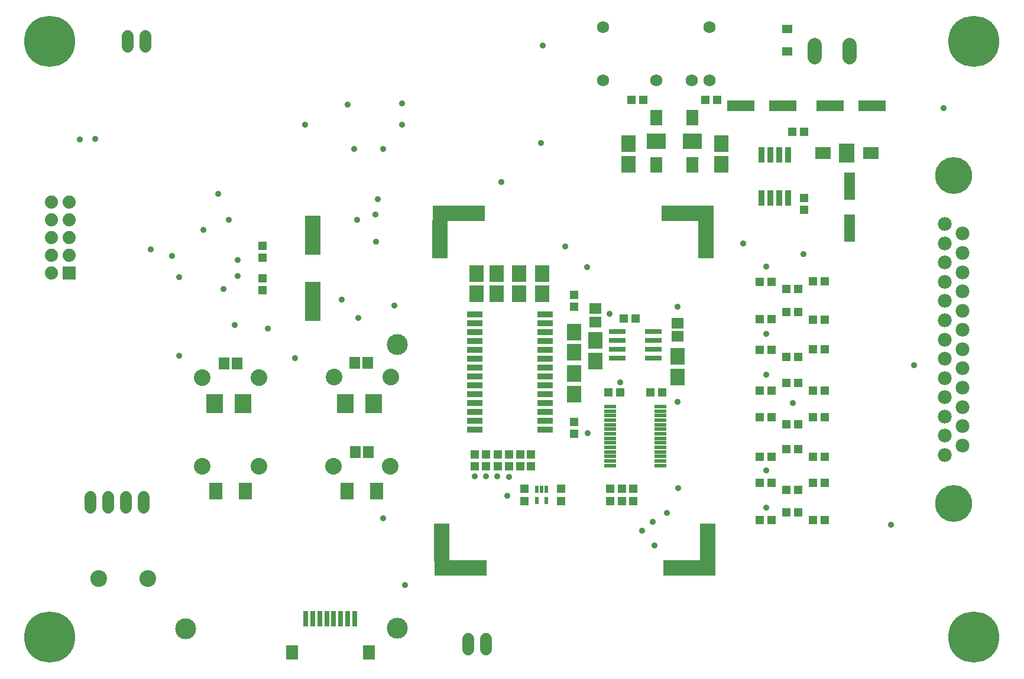
<source format=gbr>
G75*
G70*
%OFA0B0*%
%FSLAX24Y24*%
%IPPOS*%
%LPD*%
%AMOC8*
5,1,8,0,0,1.08239X$1,22.5*
%
%ADD10C,0.0946*%
%ADD11R,0.0474X0.0513*%
%ADD12R,0.0513X0.0474*%
%ADD13C,0.0780*%
%ADD14C,0.2080*%
%ADD15R,0.0671X0.0237*%
%ADD16C,0.0680*%
%ADD17R,0.0789X0.0926*%
%ADD18R,0.0340X0.0880*%
%ADD19R,0.1576X0.0631*%
%ADD20R,0.0631X0.1576*%
%ADD21R,0.0880X0.0340*%
%ADD22R,0.0860X0.2240*%
%ADD23R,0.0316X0.0867*%
%ADD24R,0.0671X0.0789*%
%ADD25C,0.1182*%
%ADD26C,0.0940*%
%ADD27R,0.0718X0.0938*%
%ADD28R,0.0980X0.1060*%
%ADD29R,0.0592X0.0671*%
%ADD30R,0.1104X0.0867*%
%ADD31R,0.0710X0.0867*%
%ADD32R,0.0867X0.1104*%
%ADD33R,0.0867X0.0710*%
%ADD34R,0.0237X0.0434*%
%ADD35R,0.0946X0.0316*%
%ADD36R,0.0671X0.0592*%
%ADD37C,0.0680*%
%ADD38C,0.0785*%
%ADD39R,0.2980X0.0880*%
%ADD40R,0.0880X0.2180*%
%ADD41R,0.0740X0.0740*%
%ADD42C,0.0740*%
%ADD43C,0.0004*%
%ADD44C,0.0360*%
%ADD45C,0.2880*%
D10*
X004951Y005481D03*
X007721Y005481D03*
D11*
X028931Y009877D03*
X028931Y010546D03*
X043717Y010481D03*
X044386Y010481D03*
X045217Y010911D03*
X045886Y010911D03*
X045886Y012351D03*
X045217Y012351D03*
X044386Y012781D03*
X043717Y012781D03*
X043717Y014181D03*
X044386Y014181D03*
X045217Y014611D03*
X045886Y014611D03*
X045886Y016091D03*
X045217Y016091D03*
X044386Y016531D03*
X043717Y016531D03*
X043717Y017981D03*
X044386Y017981D03*
X045217Y018421D03*
X045886Y018421D03*
X045886Y020091D03*
X045217Y020091D03*
X044386Y020531D03*
X043717Y020531D03*
X043717Y021831D03*
X044386Y021831D03*
X045217Y022261D03*
X045886Y022261D03*
X044711Y026297D03*
X044711Y026966D03*
X035216Y020171D03*
X034547Y020171D03*
X031741Y020817D03*
X031741Y021486D03*
X014191Y021747D03*
X014191Y022416D03*
X014191Y023607D03*
X014191Y024276D03*
X043717Y009231D03*
X044386Y009231D03*
X045217Y008781D03*
X045886Y008781D03*
D12*
X042886Y008801D03*
X042217Y008801D03*
X042217Y010891D03*
X042886Y010891D03*
X042886Y012361D03*
X042217Y012361D03*
X042217Y014591D03*
X042886Y014591D03*
X042886Y016111D03*
X042217Y016111D03*
X042217Y018401D03*
X042886Y018401D03*
X042886Y020121D03*
X042217Y020121D03*
X042217Y022241D03*
X042886Y022241D03*
X036696Y016011D03*
X036027Y016011D03*
X034346Y016001D03*
X033677Y016001D03*
X031741Y014316D03*
X031741Y013647D03*
X029321Y012496D03*
X028701Y012496D03*
X028061Y012496D03*
X027431Y012496D03*
X026781Y012496D03*
X026141Y012486D03*
X026141Y011817D03*
X026781Y011827D03*
X027431Y011827D03*
X028061Y011827D03*
X028701Y011827D03*
X029321Y011827D03*
X031011Y010546D03*
X031011Y009877D03*
X033761Y009877D03*
X033761Y010546D03*
X034431Y010546D03*
X035071Y010546D03*
X035071Y009877D03*
X034431Y009877D03*
X044027Y030701D03*
X044696Y030701D03*
X039796Y032481D03*
X039127Y032481D03*
X035646Y032481D03*
X034977Y032481D03*
D13*
X052641Y025496D03*
X053641Y024956D03*
X052641Y024406D03*
X053641Y023866D03*
X052641Y023326D03*
X053641Y022776D03*
X052641Y022236D03*
X053641Y021696D03*
X052641Y021146D03*
X053641Y020606D03*
X052641Y020066D03*
X053641Y019516D03*
X052641Y018976D03*
X053641Y018436D03*
X052641Y017886D03*
X053641Y017346D03*
X052641Y016806D03*
X053641Y016256D03*
X052641Y015716D03*
X053641Y015176D03*
X052641Y014626D03*
X053641Y014086D03*
X052641Y013546D03*
X053641Y012996D03*
X052641Y012456D03*
D14*
X053141Y009716D03*
X053141Y028236D03*
D15*
X036619Y015195D03*
X036619Y014939D03*
X036619Y014683D03*
X036619Y014427D03*
X036619Y014171D03*
X036619Y013915D03*
X036619Y013659D03*
X036619Y013403D03*
X036619Y013148D03*
X036619Y012892D03*
X036619Y012636D03*
X036619Y012380D03*
X036619Y012124D03*
X036619Y011868D03*
X033764Y011868D03*
X033764Y012124D03*
X033764Y012380D03*
X033764Y012636D03*
X033764Y012892D03*
X033764Y013148D03*
X033764Y013403D03*
X033764Y013659D03*
X033764Y013915D03*
X033764Y014171D03*
X033764Y014427D03*
X033764Y014683D03*
X033764Y014939D03*
X033764Y015195D03*
D16*
X033391Y033601D03*
X036391Y033601D03*
X038391Y033601D03*
X039391Y033601D03*
X039391Y036601D03*
X033391Y036601D03*
D17*
X034811Y030032D03*
X034811Y028871D03*
X040051Y028871D03*
X040051Y030032D03*
X029941Y022712D03*
X028641Y022712D03*
X027391Y022712D03*
X026241Y022712D03*
X026241Y021551D03*
X027391Y021551D03*
X028641Y021551D03*
X029941Y021551D03*
X031741Y019412D03*
X032941Y018922D03*
X031741Y018251D03*
X032941Y017761D03*
X031741Y017062D03*
X031741Y015901D03*
X037591Y016871D03*
X037591Y018032D03*
D18*
X042301Y026961D03*
X042801Y026961D03*
X043301Y026961D03*
X043801Y026961D03*
X043801Y029381D03*
X043301Y029381D03*
X042801Y029381D03*
X042301Y029381D03*
D19*
X041130Y032161D03*
X043493Y032161D03*
X046190Y032161D03*
X048553Y032161D03*
D20*
X047291Y027613D03*
X047291Y025250D03*
D21*
X030101Y020411D03*
X030101Y019911D03*
X030101Y019411D03*
X030101Y018911D03*
X030101Y018411D03*
X030101Y017911D03*
X030101Y017411D03*
X030101Y016911D03*
X030101Y016411D03*
X030101Y015911D03*
X030101Y015411D03*
X030101Y014911D03*
X030101Y014411D03*
X030101Y013911D03*
X026141Y013911D03*
X026141Y014411D03*
X026141Y014911D03*
X026141Y015411D03*
X026141Y015911D03*
X026141Y016411D03*
X026141Y016911D03*
X026141Y017411D03*
X026141Y017911D03*
X026141Y018411D03*
X026141Y018911D03*
X026141Y019411D03*
X026141Y019911D03*
X026141Y020411D03*
D22*
X017016Y021131D03*
X017016Y024871D03*
D23*
X017008Y003234D03*
X016614Y003234D03*
X017402Y003234D03*
X017796Y003234D03*
X018189Y003234D03*
X018583Y003234D03*
X018977Y003234D03*
X019370Y003234D03*
D24*
X020168Y001345D03*
X015827Y001344D03*
D25*
X021781Y002681D03*
X009841Y002661D03*
X021791Y018681D03*
D26*
X021393Y016849D03*
X018193Y016849D03*
X013970Y016834D03*
X010770Y016834D03*
X010770Y011834D03*
X013970Y011834D03*
X018170Y011834D03*
X021370Y011834D03*
D27*
X020601Y010434D03*
X018940Y010434D03*
X013201Y010434D03*
X011540Y010434D03*
D28*
X011460Y015354D03*
X013060Y015354D03*
X018843Y015359D03*
X020443Y015359D03*
D29*
X020117Y017659D03*
X019369Y017659D03*
X012744Y017634D03*
X011996Y017634D03*
X019396Y012634D03*
X020144Y012634D03*
D30*
X036371Y030161D03*
X038421Y030161D03*
D31*
X038421Y031500D03*
X036371Y031500D03*
X036371Y028823D03*
X038421Y028823D03*
D32*
X047121Y029501D03*
D33*
X048460Y029501D03*
X045783Y029501D03*
D34*
X030167Y010526D03*
X029911Y010526D03*
X029656Y010526D03*
X029656Y009896D03*
X030167Y009896D03*
D35*
X034178Y017921D03*
X034178Y018421D03*
X034178Y018921D03*
X034178Y019421D03*
X036225Y019421D03*
X036225Y018921D03*
X036225Y018421D03*
X036225Y017921D03*
D36*
X037571Y019157D03*
X037571Y019905D03*
X032941Y019977D03*
X032941Y020725D03*
D37*
X007461Y010111D02*
X007461Y009511D01*
X006461Y009511D02*
X006461Y010111D01*
X005461Y010111D02*
X005461Y009511D01*
X004461Y009511D02*
X004461Y010111D01*
X025771Y002106D02*
X025771Y001506D01*
X026771Y001506D02*
X026771Y002106D01*
X007561Y035501D02*
X007561Y036101D01*
X006561Y036101D02*
X006561Y035501D01*
D38*
X045307Y035604D02*
X045307Y034899D01*
X047276Y034899D02*
X047276Y035604D01*
D39*
X038141Y026081D03*
X025241Y026081D03*
X025341Y006081D03*
X038241Y006081D03*
D40*
X039291Y007531D03*
X024291Y007531D03*
X024191Y024631D03*
X039191Y024631D03*
D41*
X003291Y022741D03*
D42*
X002291Y022741D03*
X002291Y023741D03*
X003291Y023741D03*
X003291Y024741D03*
X002291Y024741D03*
X002291Y025741D03*
X003291Y025741D03*
X003291Y026741D03*
X002291Y026741D03*
D43*
X043487Y035036D02*
X043487Y035466D01*
X043995Y035466D01*
X043995Y035036D01*
X043487Y035036D01*
X043487Y035039D02*
X043995Y035039D01*
X043995Y035042D02*
X043487Y035042D01*
X043487Y035045D02*
X043995Y035045D01*
X043995Y035048D02*
X043487Y035048D01*
X043487Y035051D02*
X043995Y035051D01*
X043995Y035054D02*
X043487Y035054D01*
X043487Y035057D02*
X043995Y035057D01*
X043995Y035060D02*
X043487Y035060D01*
X043487Y035063D02*
X043995Y035063D01*
X043995Y035066D02*
X043487Y035066D01*
X043487Y035069D02*
X043995Y035069D01*
X043995Y035072D02*
X043487Y035072D01*
X043487Y035075D02*
X043995Y035075D01*
X043995Y035078D02*
X043487Y035078D01*
X043487Y035081D02*
X043995Y035081D01*
X043995Y035084D02*
X043487Y035084D01*
X043487Y035087D02*
X043995Y035087D01*
X043995Y035090D02*
X043487Y035090D01*
X043487Y035093D02*
X043995Y035093D01*
X043995Y035096D02*
X043487Y035096D01*
X043487Y035099D02*
X043995Y035099D01*
X043995Y035102D02*
X043487Y035102D01*
X043487Y035105D02*
X043995Y035105D01*
X043995Y035108D02*
X043487Y035108D01*
X043487Y035111D02*
X043995Y035111D01*
X043995Y035114D02*
X043487Y035114D01*
X043487Y035117D02*
X043995Y035117D01*
X043995Y035120D02*
X043487Y035120D01*
X043487Y035123D02*
X043995Y035123D01*
X043995Y035126D02*
X043487Y035126D01*
X043487Y035129D02*
X043995Y035129D01*
X043995Y035132D02*
X043487Y035132D01*
X043487Y035135D02*
X043995Y035135D01*
X043995Y035138D02*
X043487Y035138D01*
X043487Y035141D02*
X043995Y035141D01*
X043995Y035144D02*
X043487Y035144D01*
X043487Y035147D02*
X043995Y035147D01*
X043995Y035150D02*
X043487Y035150D01*
X043487Y035153D02*
X043995Y035153D01*
X043995Y035156D02*
X043487Y035156D01*
X043487Y035159D02*
X043995Y035159D01*
X043995Y035162D02*
X043487Y035162D01*
X043487Y035165D02*
X043995Y035165D01*
X043995Y035168D02*
X043487Y035168D01*
X043487Y035171D02*
X043995Y035171D01*
X043995Y035174D02*
X043487Y035174D01*
X043487Y035177D02*
X043995Y035177D01*
X043995Y035180D02*
X043487Y035180D01*
X043487Y035183D02*
X043995Y035183D01*
X043995Y035186D02*
X043487Y035186D01*
X043487Y035189D02*
X043995Y035189D01*
X043995Y035192D02*
X043487Y035192D01*
X043487Y035195D02*
X043995Y035195D01*
X043995Y035198D02*
X043487Y035198D01*
X043487Y035201D02*
X043995Y035201D01*
X043995Y035204D02*
X043487Y035204D01*
X043487Y035207D02*
X043995Y035207D01*
X043995Y035210D02*
X043487Y035210D01*
X043487Y035213D02*
X043995Y035213D01*
X043995Y035216D02*
X043487Y035216D01*
X043487Y035219D02*
X043995Y035219D01*
X043995Y035222D02*
X043487Y035222D01*
X043487Y035225D02*
X043995Y035225D01*
X043995Y035228D02*
X043487Y035228D01*
X043487Y035231D02*
X043995Y035231D01*
X043995Y035234D02*
X043487Y035234D01*
X043487Y035237D02*
X043995Y035237D01*
X043995Y035240D02*
X043487Y035240D01*
X043487Y035243D02*
X043995Y035243D01*
X043995Y035246D02*
X043487Y035246D01*
X043487Y035249D02*
X043995Y035249D01*
X043995Y035252D02*
X043487Y035252D01*
X043487Y035255D02*
X043995Y035255D01*
X043995Y035258D02*
X043487Y035258D01*
X043487Y035261D02*
X043995Y035261D01*
X043995Y035264D02*
X043487Y035264D01*
X043487Y035267D02*
X043995Y035267D01*
X043995Y035270D02*
X043487Y035270D01*
X043487Y035273D02*
X043995Y035273D01*
X043995Y035276D02*
X043487Y035276D01*
X043487Y035279D02*
X043995Y035279D01*
X043995Y035282D02*
X043487Y035282D01*
X043487Y035285D02*
X043995Y035285D01*
X043995Y035288D02*
X043487Y035288D01*
X043487Y035291D02*
X043995Y035291D01*
X043995Y035294D02*
X043487Y035294D01*
X043487Y035297D02*
X043995Y035297D01*
X043995Y035300D02*
X043487Y035300D01*
X043487Y035303D02*
X043995Y035303D01*
X043995Y035306D02*
X043487Y035306D01*
X043487Y035309D02*
X043995Y035309D01*
X043995Y035312D02*
X043487Y035312D01*
X043487Y035315D02*
X043995Y035315D01*
X043995Y035318D02*
X043487Y035318D01*
X043487Y035321D02*
X043995Y035321D01*
X043995Y035324D02*
X043487Y035324D01*
X043487Y035327D02*
X043995Y035327D01*
X043995Y035330D02*
X043487Y035330D01*
X043487Y035333D02*
X043995Y035333D01*
X043995Y035336D02*
X043487Y035336D01*
X043487Y035339D02*
X043995Y035339D01*
X043995Y035342D02*
X043487Y035342D01*
X043487Y035345D02*
X043995Y035345D01*
X043995Y035348D02*
X043487Y035348D01*
X043487Y035351D02*
X043995Y035351D01*
X043995Y035354D02*
X043487Y035354D01*
X043487Y035357D02*
X043995Y035357D01*
X043995Y035360D02*
X043487Y035360D01*
X043487Y035363D02*
X043995Y035363D01*
X043995Y035366D02*
X043487Y035366D01*
X043487Y035369D02*
X043995Y035369D01*
X043995Y035372D02*
X043487Y035372D01*
X043487Y035375D02*
X043995Y035375D01*
X043995Y035378D02*
X043487Y035378D01*
X043487Y035381D02*
X043995Y035381D01*
X043995Y035384D02*
X043487Y035384D01*
X043487Y035387D02*
X043995Y035387D01*
X043995Y035390D02*
X043487Y035390D01*
X043487Y035393D02*
X043995Y035393D01*
X043995Y035396D02*
X043487Y035396D01*
X043487Y035399D02*
X043995Y035399D01*
X043995Y035402D02*
X043487Y035402D01*
X043487Y035405D02*
X043995Y035405D01*
X043995Y035408D02*
X043487Y035408D01*
X043487Y035411D02*
X043995Y035411D01*
X043995Y035414D02*
X043487Y035414D01*
X043487Y035417D02*
X043995Y035417D01*
X043995Y035420D02*
X043487Y035420D01*
X043487Y035423D02*
X043995Y035423D01*
X043995Y035426D02*
X043487Y035426D01*
X043487Y035429D02*
X043995Y035429D01*
X043995Y035432D02*
X043487Y035432D01*
X043487Y035435D02*
X043995Y035435D01*
X043995Y035438D02*
X043487Y035438D01*
X043487Y035441D02*
X043995Y035441D01*
X043995Y035444D02*
X043487Y035444D01*
X043487Y035447D02*
X043995Y035447D01*
X043995Y035450D02*
X043487Y035450D01*
X043487Y035453D02*
X043995Y035453D01*
X043995Y035456D02*
X043487Y035456D01*
X043487Y035459D02*
X043995Y035459D01*
X043995Y035462D02*
X043487Y035462D01*
X043487Y035465D02*
X043995Y035465D01*
X043487Y036296D02*
X043487Y036726D01*
X043995Y036726D01*
X043995Y036296D01*
X043487Y036296D01*
X043487Y036299D02*
X043995Y036299D01*
X043995Y036302D02*
X043487Y036302D01*
X043487Y036305D02*
X043995Y036305D01*
X043995Y036308D02*
X043487Y036308D01*
X043487Y036311D02*
X043995Y036311D01*
X043995Y036314D02*
X043487Y036314D01*
X043487Y036317D02*
X043995Y036317D01*
X043995Y036320D02*
X043487Y036320D01*
X043487Y036323D02*
X043995Y036323D01*
X043995Y036326D02*
X043487Y036326D01*
X043487Y036329D02*
X043995Y036329D01*
X043995Y036332D02*
X043487Y036332D01*
X043487Y036335D02*
X043995Y036335D01*
X043995Y036338D02*
X043487Y036338D01*
X043487Y036341D02*
X043995Y036341D01*
X043995Y036344D02*
X043487Y036344D01*
X043487Y036347D02*
X043995Y036347D01*
X043995Y036350D02*
X043487Y036350D01*
X043487Y036353D02*
X043995Y036353D01*
X043995Y036356D02*
X043487Y036356D01*
X043487Y036359D02*
X043995Y036359D01*
X043995Y036362D02*
X043487Y036362D01*
X043487Y036365D02*
X043995Y036365D01*
X043995Y036368D02*
X043487Y036368D01*
X043487Y036371D02*
X043995Y036371D01*
X043995Y036374D02*
X043487Y036374D01*
X043487Y036377D02*
X043995Y036377D01*
X043995Y036380D02*
X043487Y036380D01*
X043487Y036383D02*
X043995Y036383D01*
X043995Y036386D02*
X043487Y036386D01*
X043487Y036389D02*
X043995Y036389D01*
X043995Y036392D02*
X043487Y036392D01*
X043487Y036395D02*
X043995Y036395D01*
X043995Y036398D02*
X043487Y036398D01*
X043487Y036401D02*
X043995Y036401D01*
X043995Y036404D02*
X043487Y036404D01*
X043487Y036407D02*
X043995Y036407D01*
X043995Y036410D02*
X043487Y036410D01*
X043487Y036413D02*
X043995Y036413D01*
X043995Y036416D02*
X043487Y036416D01*
X043487Y036419D02*
X043995Y036419D01*
X043995Y036422D02*
X043487Y036422D01*
X043487Y036425D02*
X043995Y036425D01*
X043995Y036428D02*
X043487Y036428D01*
X043487Y036431D02*
X043995Y036431D01*
X043995Y036434D02*
X043487Y036434D01*
X043487Y036437D02*
X043995Y036437D01*
X043995Y036440D02*
X043487Y036440D01*
X043487Y036443D02*
X043995Y036443D01*
X043995Y036446D02*
X043487Y036446D01*
X043487Y036449D02*
X043995Y036449D01*
X043995Y036452D02*
X043487Y036452D01*
X043487Y036455D02*
X043995Y036455D01*
X043995Y036458D02*
X043487Y036458D01*
X043487Y036461D02*
X043995Y036461D01*
X043995Y036464D02*
X043487Y036464D01*
X043487Y036467D02*
X043995Y036467D01*
X043995Y036470D02*
X043487Y036470D01*
X043487Y036473D02*
X043995Y036473D01*
X043995Y036476D02*
X043487Y036476D01*
X043487Y036479D02*
X043995Y036479D01*
X043995Y036482D02*
X043487Y036482D01*
X043487Y036485D02*
X043995Y036485D01*
X043995Y036488D02*
X043487Y036488D01*
X043487Y036491D02*
X043995Y036491D01*
X043995Y036494D02*
X043487Y036494D01*
X043487Y036497D02*
X043995Y036497D01*
X043995Y036500D02*
X043487Y036500D01*
X043487Y036503D02*
X043995Y036503D01*
X043995Y036506D02*
X043487Y036506D01*
X043487Y036509D02*
X043995Y036509D01*
X043995Y036512D02*
X043487Y036512D01*
X043487Y036515D02*
X043995Y036515D01*
X043995Y036518D02*
X043487Y036518D01*
X043487Y036521D02*
X043995Y036521D01*
X043995Y036524D02*
X043487Y036524D01*
X043487Y036527D02*
X043995Y036527D01*
X043995Y036530D02*
X043487Y036530D01*
X043487Y036533D02*
X043995Y036533D01*
X043995Y036536D02*
X043487Y036536D01*
X043487Y036539D02*
X043995Y036539D01*
X043995Y036542D02*
X043487Y036542D01*
X043487Y036545D02*
X043995Y036545D01*
X043995Y036548D02*
X043487Y036548D01*
X043487Y036551D02*
X043995Y036551D01*
X043995Y036554D02*
X043487Y036554D01*
X043487Y036557D02*
X043995Y036557D01*
X043995Y036560D02*
X043487Y036560D01*
X043487Y036563D02*
X043995Y036563D01*
X043995Y036566D02*
X043487Y036566D01*
X043487Y036569D02*
X043995Y036569D01*
X043995Y036572D02*
X043487Y036572D01*
X043487Y036575D02*
X043995Y036575D01*
X043995Y036578D02*
X043487Y036578D01*
X043487Y036581D02*
X043995Y036581D01*
X043995Y036584D02*
X043487Y036584D01*
X043487Y036587D02*
X043995Y036587D01*
X043995Y036590D02*
X043487Y036590D01*
X043487Y036593D02*
X043995Y036593D01*
X043995Y036596D02*
X043487Y036596D01*
X043487Y036599D02*
X043995Y036599D01*
X043995Y036602D02*
X043487Y036602D01*
X043487Y036605D02*
X043995Y036605D01*
X043995Y036608D02*
X043487Y036608D01*
X043487Y036611D02*
X043995Y036611D01*
X043995Y036614D02*
X043487Y036614D01*
X043487Y036617D02*
X043995Y036617D01*
X043995Y036620D02*
X043487Y036620D01*
X043487Y036623D02*
X043995Y036623D01*
X043995Y036626D02*
X043487Y036626D01*
X043487Y036629D02*
X043995Y036629D01*
X043995Y036632D02*
X043487Y036632D01*
X043487Y036635D02*
X043995Y036635D01*
X043995Y036638D02*
X043487Y036638D01*
X043487Y036641D02*
X043995Y036641D01*
X043995Y036644D02*
X043487Y036644D01*
X043487Y036647D02*
X043995Y036647D01*
X043995Y036650D02*
X043487Y036650D01*
X043487Y036653D02*
X043995Y036653D01*
X043995Y036656D02*
X043487Y036656D01*
X043487Y036659D02*
X043995Y036659D01*
X043995Y036662D02*
X043487Y036662D01*
X043487Y036665D02*
X043995Y036665D01*
X043995Y036668D02*
X043487Y036668D01*
X043487Y036671D02*
X043995Y036671D01*
X043995Y036674D02*
X043487Y036674D01*
X043487Y036677D02*
X043995Y036677D01*
X043995Y036680D02*
X043487Y036680D01*
X043487Y036683D02*
X043995Y036683D01*
X043995Y036686D02*
X043487Y036686D01*
X043487Y036689D02*
X043995Y036689D01*
X043995Y036692D02*
X043487Y036692D01*
X043487Y036695D02*
X043995Y036695D01*
X043995Y036698D02*
X043487Y036698D01*
X043487Y036701D02*
X043995Y036701D01*
X043995Y036704D02*
X043487Y036704D01*
X043487Y036707D02*
X043995Y036707D01*
X043995Y036710D02*
X043487Y036710D01*
X043487Y036713D02*
X043995Y036713D01*
X043995Y036716D02*
X043487Y036716D01*
X043487Y036719D02*
X043995Y036719D01*
X043995Y036722D02*
X043487Y036722D01*
X043487Y036725D02*
X043995Y036725D01*
D44*
X052591Y032031D03*
X041291Y024381D03*
X042591Y023081D03*
X044681Y023801D03*
X042591Y019281D03*
X042591Y016981D03*
X044091Y015381D03*
X042591Y011581D03*
X042591Y009481D03*
X037601Y010591D03*
X036981Y009191D03*
X036161Y008691D03*
X035561Y008191D03*
X036271Y007351D03*
X027971Y010161D03*
X028061Y011241D03*
X027421Y011251D03*
X026791Y011251D03*
X026131Y011251D03*
X020991Y008901D03*
X022201Y005121D03*
X032501Y013711D03*
X034351Y016561D03*
X037591Y015471D03*
X033731Y020421D03*
X032491Y023051D03*
X031251Y024231D03*
X027651Y027871D03*
X029861Y030071D03*
X022041Y031101D03*
X020991Y029741D03*
X019351Y029721D03*
X016561Y031091D03*
X018991Y032221D03*
X022041Y032301D03*
X029991Y035555D03*
X020671Y026911D03*
X020551Y026041D03*
X019511Y025731D03*
X020571Y024501D03*
X021621Y020901D03*
X019561Y020211D03*
X018651Y021231D03*
X014461Y019581D03*
X012601Y019811D03*
X011981Y021831D03*
X012771Y022551D03*
X012771Y023461D03*
X010851Y025171D03*
X012281Y025741D03*
X011661Y027211D03*
X007891Y024071D03*
X009061Y023691D03*
X009471Y022491D03*
X009461Y018051D03*
X016011Y017941D03*
X004731Y030281D03*
X003871Y030271D03*
X037581Y020841D03*
X050911Y017521D03*
X049611Y008541D03*
D45*
X002191Y002181D03*
X054291Y002181D03*
X054291Y035781D03*
X002191Y035781D03*
M02*

</source>
